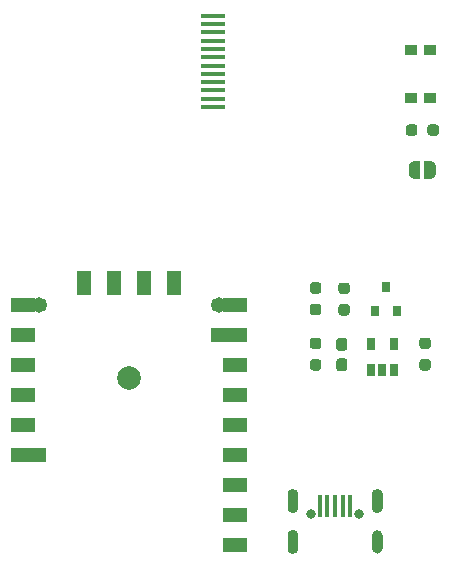
<source format=gts>
G04 #@! TF.GenerationSoftware,KiCad,Pcbnew,5.1.10-88a1d61d58~90~ubuntu20.04.1*
G04 #@! TF.CreationDate,2021-10-07T18:37:15+08:00*
G04 #@! TF.ProjectId,Ada_Ticker,4164615f-5469-4636-9b65-722e6b696361,rev?*
G04 #@! TF.SameCoordinates,Original*
G04 #@! TF.FileFunction,Soldermask,Top*
G04 #@! TF.FilePolarity,Negative*
%FSLAX46Y46*%
G04 Gerber Fmt 4.6, Leading zero omitted, Abs format (unit mm)*
G04 Created by KiCad (PCBNEW 5.1.10-88a1d61d58~90~ubuntu20.04.1) date 2021-10-07 18:37:15*
%MOMM*%
%LPD*%
G01*
G04 APERTURE LIST*
%ADD10R,2.000000X0.350000*%
%ADD11C,0.800000*%
%ADD12R,0.400000X1.850000*%
%ADD13C,0.100000*%
%ADD14R,1.000000X0.900000*%
%ADD15R,0.650000X1.060000*%
%ADD16R,0.800000X0.900000*%
%ADD17R,1.299997X1.299997*%
%ADD18O,1.399997X1.299997*%
%ADD19R,1.399997X1.299997*%
%ADD20C,1.999996*%
%ADD21R,1.999996X1.199998*%
%ADD22R,1.199998X1.999996*%
G04 APERTURE END LIST*
D10*
X65953500Y-7226500D03*
X65953500Y-7926500D03*
X65953500Y-8626500D03*
X65953500Y-9326500D03*
X65953500Y-10026500D03*
X65953500Y-10726500D03*
X65953500Y-11426500D03*
X65953500Y-12126500D03*
X65953500Y-12826500D03*
X65953500Y-13526500D03*
X65953500Y-14226500D03*
X65953500Y-14926500D03*
G36*
G01*
X76661000Y-34504000D02*
X77136000Y-34504000D01*
G75*
G02*
X77373500Y-34741500I0J-237500D01*
G01*
X77373500Y-35341500D01*
G75*
G02*
X77136000Y-35579000I-237500J0D01*
G01*
X76661000Y-35579000D01*
G75*
G02*
X76423500Y-35341500I0J237500D01*
G01*
X76423500Y-34741500D01*
G75*
G02*
X76661000Y-34504000I237500J0D01*
G01*
G37*
G36*
G01*
X76661000Y-36229000D02*
X77136000Y-36229000D01*
G75*
G02*
X77373500Y-36466500I0J-237500D01*
G01*
X77373500Y-37066500D01*
G75*
G02*
X77136000Y-37304000I-237500J0D01*
G01*
X76661000Y-37304000D01*
G75*
G02*
X76423500Y-37066500I0J237500D01*
G01*
X76423500Y-36466500D01*
G75*
G02*
X76661000Y-36229000I237500J0D01*
G01*
G37*
G36*
G01*
X72302000Y-48944500D02*
X72302000Y-47664500D01*
G75*
G02*
X72662000Y-47304500I360000J0D01*
G01*
X72842000Y-47304500D01*
G75*
G02*
X73202000Y-47664500I0J-360000D01*
G01*
X73202000Y-48944500D01*
G75*
G02*
X72842000Y-49304500I-360000J0D01*
G01*
X72662000Y-49304500D01*
G75*
G02*
X72302000Y-48944500I0J360000D01*
G01*
G37*
D11*
X74327000Y-49429500D03*
D12*
X75027000Y-48704500D03*
X75677000Y-48704500D03*
X76327000Y-48704500D03*
X76977000Y-48704500D03*
X77627000Y-48704500D03*
D11*
X78327000Y-49429500D03*
G36*
G01*
X72302000Y-52394500D02*
X72302000Y-51114500D01*
G75*
G02*
X72662000Y-50754500I360000J0D01*
G01*
X72842000Y-50754500D01*
G75*
G02*
X73202000Y-51114500I0J-360000D01*
G01*
X73202000Y-52394500D01*
G75*
G02*
X72842000Y-52754500I-360000J0D01*
G01*
X72662000Y-52754500D01*
G75*
G02*
X72302000Y-52394500I0J360000D01*
G01*
G37*
G36*
G01*
X79452000Y-48944500D02*
X79452000Y-47664500D01*
G75*
G02*
X79812000Y-47304500I360000J0D01*
G01*
X79992000Y-47304500D01*
G75*
G02*
X80352000Y-47664500I0J-360000D01*
G01*
X80352000Y-48944500D01*
G75*
G02*
X79992000Y-49304500I-360000J0D01*
G01*
X79812000Y-49304500D01*
G75*
G02*
X79452000Y-48944500I0J360000D01*
G01*
G37*
G36*
G01*
X79452000Y-52304500D02*
X79452000Y-51204500D01*
G75*
G02*
X79902000Y-50754500I450000J0D01*
G01*
X79902000Y-50754500D01*
G75*
G02*
X80352000Y-51204500I0J-450000D01*
G01*
X80352000Y-52304500D01*
G75*
G02*
X79902000Y-52754500I-450000J0D01*
G01*
X79902000Y-52754500D01*
G75*
G02*
X79452000Y-52304500I0J450000D01*
G01*
G37*
D13*
G36*
X83858000Y-19506500D02*
G01*
X84358000Y-19506500D01*
X84358000Y-19507102D01*
X84382534Y-19507102D01*
X84431365Y-19511912D01*
X84479490Y-19521484D01*
X84526445Y-19535728D01*
X84571778Y-19554505D01*
X84615051Y-19577636D01*
X84655850Y-19604896D01*
X84693779Y-19636024D01*
X84728476Y-19670721D01*
X84759604Y-19708650D01*
X84786864Y-19749449D01*
X84809995Y-19792722D01*
X84828772Y-19838055D01*
X84843016Y-19885010D01*
X84852588Y-19933135D01*
X84857398Y-19981966D01*
X84857398Y-20006500D01*
X84858000Y-20006500D01*
X84858000Y-20506500D01*
X84857398Y-20506500D01*
X84857398Y-20531034D01*
X84852588Y-20579865D01*
X84843016Y-20627990D01*
X84828772Y-20674945D01*
X84809995Y-20720278D01*
X84786864Y-20763551D01*
X84759604Y-20804350D01*
X84728476Y-20842279D01*
X84693779Y-20876976D01*
X84655850Y-20908104D01*
X84615051Y-20935364D01*
X84571778Y-20958495D01*
X84526445Y-20977272D01*
X84479490Y-20991516D01*
X84431365Y-21001088D01*
X84382534Y-21005898D01*
X84358000Y-21005898D01*
X84358000Y-21006500D01*
X83858000Y-21006500D01*
X83858000Y-19506500D01*
G37*
G36*
X83058000Y-21005898D02*
G01*
X83033466Y-21005898D01*
X82984635Y-21001088D01*
X82936510Y-20991516D01*
X82889555Y-20977272D01*
X82844222Y-20958495D01*
X82800949Y-20935364D01*
X82760150Y-20908104D01*
X82722221Y-20876976D01*
X82687524Y-20842279D01*
X82656396Y-20804350D01*
X82629136Y-20763551D01*
X82606005Y-20720278D01*
X82587228Y-20674945D01*
X82572984Y-20627990D01*
X82563412Y-20579865D01*
X82558602Y-20531034D01*
X82558602Y-20506500D01*
X82558000Y-20506500D01*
X82558000Y-20006500D01*
X82558602Y-20006500D01*
X82558602Y-19981966D01*
X82563412Y-19933135D01*
X82572984Y-19885010D01*
X82587228Y-19838055D01*
X82606005Y-19792722D01*
X82629136Y-19749449D01*
X82656396Y-19708650D01*
X82687524Y-19670721D01*
X82722221Y-19636024D01*
X82760150Y-19604896D01*
X82800949Y-19577636D01*
X82844222Y-19554505D01*
X82889555Y-19535728D01*
X82936510Y-19521484D01*
X82984635Y-19511912D01*
X83033466Y-19507102D01*
X83058000Y-19507102D01*
X83058000Y-19506500D01*
X83558000Y-19506500D01*
X83558000Y-21006500D01*
X83058000Y-21006500D01*
X83058000Y-21005898D01*
G37*
G36*
G01*
X83709500Y-36279000D02*
X84184500Y-36279000D01*
G75*
G02*
X84422000Y-36516500I0J-237500D01*
G01*
X84422000Y-37016500D01*
G75*
G02*
X84184500Y-37254000I-237500J0D01*
G01*
X83709500Y-37254000D01*
G75*
G02*
X83472000Y-37016500I0J237500D01*
G01*
X83472000Y-36516500D01*
G75*
G02*
X83709500Y-36279000I237500J0D01*
G01*
G37*
G36*
G01*
X83709500Y-34454000D02*
X84184500Y-34454000D01*
G75*
G02*
X84422000Y-34691500I0J-237500D01*
G01*
X84422000Y-35191500D01*
G75*
G02*
X84184500Y-35429000I-237500J0D01*
G01*
X83709500Y-35429000D01*
G75*
G02*
X83472000Y-35191500I0J237500D01*
G01*
X83472000Y-34691500D01*
G75*
G02*
X83709500Y-34454000I237500J0D01*
G01*
G37*
G36*
G01*
X74913500Y-32578500D02*
X74438500Y-32578500D01*
G75*
G02*
X74201000Y-32341000I0J237500D01*
G01*
X74201000Y-31841000D01*
G75*
G02*
X74438500Y-31603500I237500J0D01*
G01*
X74913500Y-31603500D01*
G75*
G02*
X75151000Y-31841000I0J-237500D01*
G01*
X75151000Y-32341000D01*
G75*
G02*
X74913500Y-32578500I-237500J0D01*
G01*
G37*
G36*
G01*
X74913500Y-30753500D02*
X74438500Y-30753500D01*
G75*
G02*
X74201000Y-30516000I0J237500D01*
G01*
X74201000Y-30016000D01*
G75*
G02*
X74438500Y-29778500I237500J0D01*
G01*
X74913500Y-29778500D01*
G75*
G02*
X75151000Y-30016000I0J-237500D01*
G01*
X75151000Y-30516000D01*
G75*
G02*
X74913500Y-30753500I-237500J0D01*
G01*
G37*
G36*
G01*
X74438500Y-36279000D02*
X74913500Y-36279000D01*
G75*
G02*
X75151000Y-36516500I0J-237500D01*
G01*
X75151000Y-37016500D01*
G75*
G02*
X74913500Y-37254000I-237500J0D01*
G01*
X74438500Y-37254000D01*
G75*
G02*
X74201000Y-37016500I0J237500D01*
G01*
X74201000Y-36516500D01*
G75*
G02*
X74438500Y-36279000I237500J0D01*
G01*
G37*
G36*
G01*
X74438500Y-34454000D02*
X74913500Y-34454000D01*
G75*
G02*
X75151000Y-34691500I0J-237500D01*
G01*
X75151000Y-35191500D01*
G75*
G02*
X74913500Y-35429000I-237500J0D01*
G01*
X74438500Y-35429000D01*
G75*
G02*
X74201000Y-35191500I0J237500D01*
G01*
X74201000Y-34691500D01*
G75*
G02*
X74438500Y-34454000I237500J0D01*
G01*
G37*
G36*
G01*
X76851500Y-29802000D02*
X77326500Y-29802000D01*
G75*
G02*
X77564000Y-30039500I0J-237500D01*
G01*
X77564000Y-30539500D01*
G75*
G02*
X77326500Y-30777000I-237500J0D01*
G01*
X76851500Y-30777000D01*
G75*
G02*
X76614000Y-30539500I0J237500D01*
G01*
X76614000Y-30039500D01*
G75*
G02*
X76851500Y-29802000I237500J0D01*
G01*
G37*
G36*
G01*
X76851500Y-31627000D02*
X77326500Y-31627000D01*
G75*
G02*
X77564000Y-31864500I0J-237500D01*
G01*
X77564000Y-32364500D01*
G75*
G02*
X77326500Y-32602000I-237500J0D01*
G01*
X76851500Y-32602000D01*
G75*
G02*
X76614000Y-32364500I0J237500D01*
G01*
X76614000Y-31864500D01*
G75*
G02*
X76851500Y-31627000I237500J0D01*
G01*
G37*
G36*
G01*
X82316500Y-17128500D02*
X82316500Y-16653500D01*
G75*
G02*
X82554000Y-16416000I237500J0D01*
G01*
X83054000Y-16416000D01*
G75*
G02*
X83291500Y-16653500I0J-237500D01*
G01*
X83291500Y-17128500D01*
G75*
G02*
X83054000Y-17366000I-237500J0D01*
G01*
X82554000Y-17366000D01*
G75*
G02*
X82316500Y-17128500I0J237500D01*
G01*
G37*
G36*
G01*
X84141500Y-17128500D02*
X84141500Y-16653500D01*
G75*
G02*
X84379000Y-16416000I237500J0D01*
G01*
X84879000Y-16416000D01*
G75*
G02*
X85116500Y-16653500I0J-237500D01*
G01*
X85116500Y-17128500D01*
G75*
G02*
X84879000Y-17366000I-237500J0D01*
G01*
X84379000Y-17366000D01*
G75*
G02*
X84141500Y-17128500I0J237500D01*
G01*
G37*
D14*
X84366000Y-10078500D03*
X84366000Y-14178500D03*
X82766000Y-10078500D03*
X82766000Y-14178500D03*
D15*
X79375000Y-37211000D03*
X80325000Y-37211000D03*
X81275000Y-37211000D03*
X81275000Y-35011000D03*
X79375000Y-35011000D03*
D16*
X79695000Y-32178500D03*
X81595000Y-32178500D03*
X80645000Y-30178500D03*
D17*
X51244500Y-44386500D03*
D18*
X51244500Y-31686500D03*
X66484500Y-31686500D03*
D19*
X66484500Y-34226500D03*
D20*
X58864500Y-37846508D03*
D21*
X49864518Y-44386500D03*
X49864518Y-41846500D03*
X49864518Y-39306500D03*
X49864518Y-36766500D03*
X49864518Y-34226500D03*
X49864518Y-31686500D03*
D22*
X55054500Y-29846524D03*
X57594500Y-29846524D03*
X60134500Y-29846524D03*
X62674500Y-29846524D03*
D21*
X67864482Y-31686500D03*
X67864482Y-34226500D03*
X67864482Y-36766500D03*
X67864482Y-39306500D03*
X67864482Y-41846500D03*
X67864482Y-44386500D03*
X67864482Y-52006500D03*
X67864482Y-49466500D03*
X67864482Y-46926500D03*
M02*

</source>
